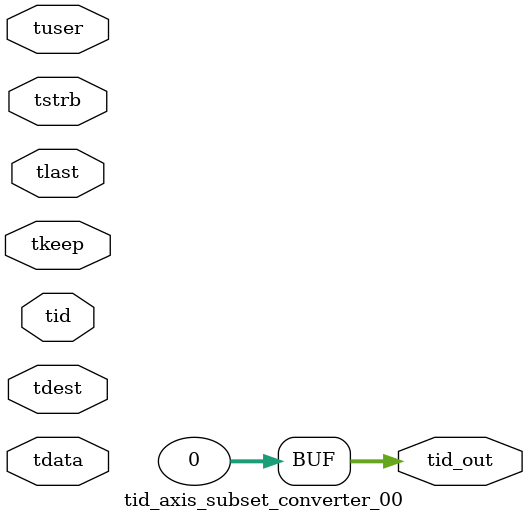
<source format=v>


`timescale 1ps/1ps

module tid_axis_subset_converter_00 #
(
parameter C_S_AXIS_TID_WIDTH   = 1,
parameter C_S_AXIS_TUSER_WIDTH = 0,
parameter C_S_AXIS_TDATA_WIDTH = 0,
parameter C_S_AXIS_TDEST_WIDTH = 0,
parameter C_M_AXIS_TID_WIDTH   = 32
)
(
input  [(C_S_AXIS_TID_WIDTH   == 0 ? 1 : C_S_AXIS_TID_WIDTH)-1:0       ] tid,
input  [(C_S_AXIS_TDATA_WIDTH == 0 ? 1 : C_S_AXIS_TDATA_WIDTH)-1:0     ] tdata,
input  [(C_S_AXIS_TUSER_WIDTH == 0 ? 1 : C_S_AXIS_TUSER_WIDTH)-1:0     ] tuser,
input  [(C_S_AXIS_TDEST_WIDTH == 0 ? 1 : C_S_AXIS_TDEST_WIDTH)-1:0     ] tdest,
input  [(C_S_AXIS_TDATA_WIDTH/8)-1:0 ] tkeep,
input  [(C_S_AXIS_TDATA_WIDTH/8)-1:0 ] tstrb,
input                                                                    tlast,
output [(C_M_AXIS_TID_WIDTH   == 0 ? 1 : C_M_AXIS_TID_WIDTH)-1:0       ] tid_out
);

assign tid_out = {1'b0};

endmodule


</source>
